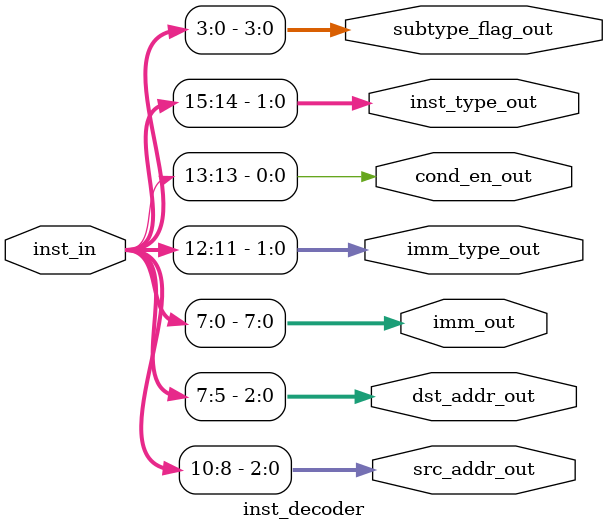
<source format=sv>
`default_nettype none
module inst_decoder (
    //Instruction input
    input logic [15:0] inst_in,
    output logic [2:0] src_addr_out,
    output logic [2:0] dst_addr_out,
    output logic [7:0] imm_out,
    output logic [1:0] imm_type_out,
    output logic cond_en_out,
    output logic [1:0] inst_type_out,
    output logic [3:0] subtype_flag_out
);

assign dst_addr_out = inst_in[7:5];
assign src_addr_out = inst_in[10:8];
assign imm_out = inst_in[7:0];
assign imm_type_out = inst_in[12:11];
assign inst_type_out = inst_in[15:14];
assign subtype_flag_out = inst_in[3:0];
assign cond_en_out = inst_in[13];


endmodule
</source>
